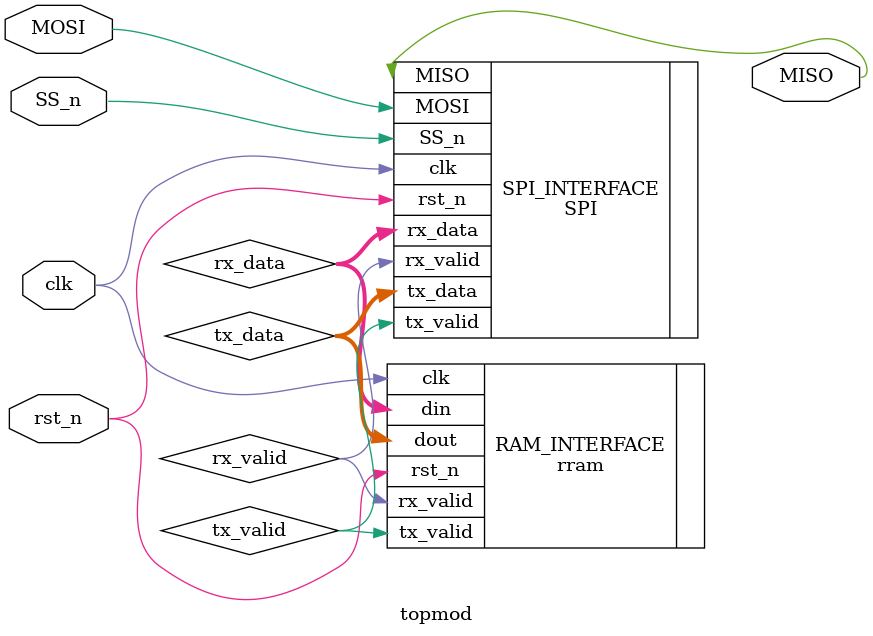
<source format=v>
module topmod (rst_n,clk,SS_n,MISO,MOSI);
//defining the ports types
input  MOSI,SS_n,rst_n,clk ;
output MISO;
wire rx_valid,tx_valid;
wire [9:0] rx_data;
wire [7:0] tx_data;
rram RAM_INTERFACE(.din(rx_data),.clk(clk),.rst_n(rst_n),.rx_valid(rx_valid),.dout(tx_data),.tx_valid(tx_valid));
SPI SPI_INTERFACE(.tx_valid(tx_valid),.tx_data(tx_data),.rx_valid(rx_valid),.rx_data(rx_data),.rst_n(rst_n),.clk(clk),.SS_n(SS_n),.MISO(MISO),.MOSI(MOSI));
endmodule 
</source>
